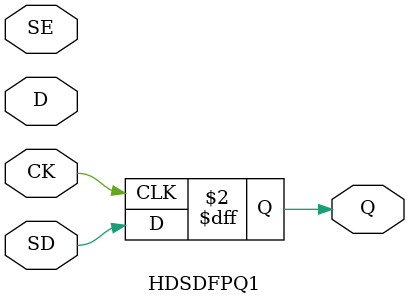
<source format=v>
`timescale 1ns / 1ps

/*
* -----------------------------------------------------------------
* COMPANY : Ruhr University Bochum
* AUTHOR  : Amir Moradi (amir.moradi@rub.de) Aein Rezaei Shahmirzadi (aein.rezaeishahmirzadi@rub.de)
* DOCUMENT: https://doi.org/10.46586/tches.v2021.i1.305-342
* -----------------------------------------------------------------
*
* Copyright (c) 2020, Amir Moradi, Aein Rezaei Shahmirzadi
*
* All rights reserved.
*
* THIS SOFTWARE IS PROVIDED BY THE COPYRIGHT HOLDERS AND CONTRIBUTORS "AS IS" AND
* ANY EXPRESS OR IMPLIED WARRANTIES, INCLUDING, BUT NOT LIMITED TO, THE IMPLIED
* WARRANTIES OF MERCHANTABILITY AND FITNESS FOR A PARTICULAR PURPOSE ARE
* DISCLAIMED. IN NO EVENT SHALL THE COPYRIGHT HOLDER OR CONTRIBUTERS BE LIABLE FOR ANY
* DIRECT, INDIRECT, INCIDENTAL, SPECIAL, EXEMPLARY, OR CONSEQUENTIAL DAMAGES
* (INCLUDING, BUT NOT LIMITED TO, PROCUREMENT OF SUBSTITUTE GOODS OR SERVICES;
* LOSS OF USE, DATA, OR PROFITS; OR BUSINESS INTERRUPTION) HOWEVER CAUSED AND
* ON ANY THEORY OF LIABILITY, WHETHER IN CONTRACT, STRICT LIABILITY, OR TORT
* (INCLUDING NEGLIGENCE OR OTHERWISE) ARISING IN ANY WAY OUT OF THE USE OF THIS
* SOFTWARE, EVEN IF ADVISED OF THE POSSIBILITY OF SUCH DAMAGE.
*
* Please see LICENSE and README for license and further instructions.
*/

module HDSDFPQ1 (D, SD, SE, CK, Q);
	input  D, SD, SE, CK;
	output Q;
	reg Q;
	
	always @ ( posedge CK)
		// if (SE) begin
			Q <= SD;
		// end else begin
			// Q <= D;
		// end

endmodule 


</source>
